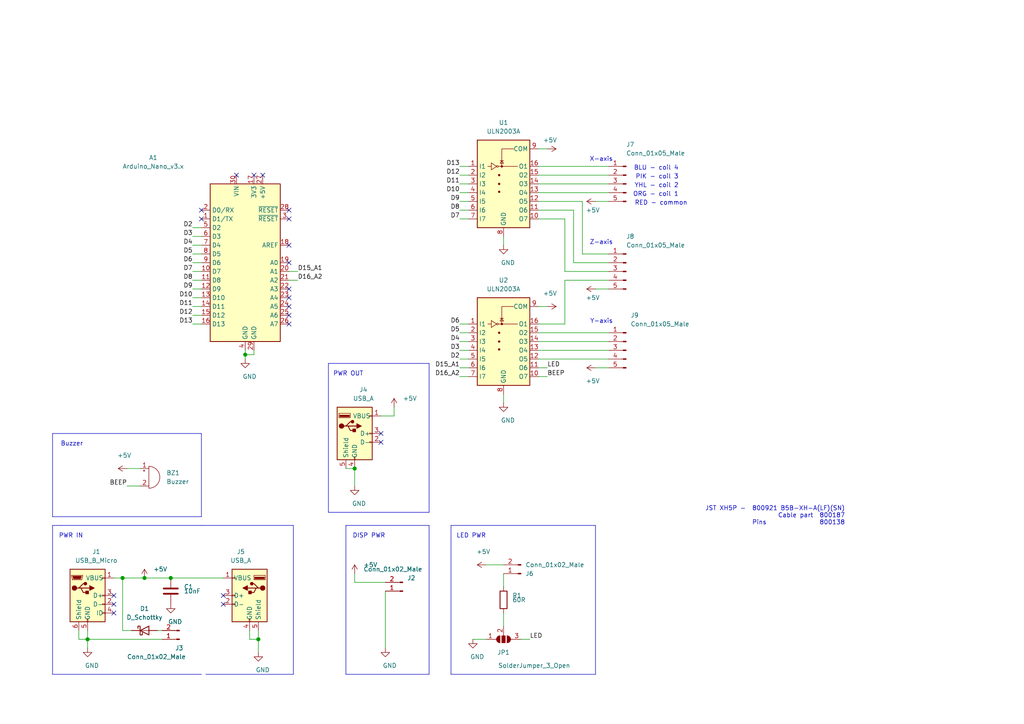
<source format=kicad_sch>
(kicad_sch (version 20200714) (host eeschema "5.99.0-unknown-87ebd34~102~ubuntu20.04.1")
  (page 1 1)
  (paper "A4")
  (title_block (title "Mini Hematology Lab - Motor controller") (date "2021-08-25") (rev "V1"))
  (lib_symbols
    (symbol "Connector:Conn_01x02_Male" (pin_names hide)
      (property "Reference" "J" (at 0 2.54 0))
      (property "Value" "Conn_01x02_Male" (at 0 -5.08 0))
      (symbol "Conn_01x02_Male_1_1"
        (rectangle (start 0.8636 -2.413) (end 0 -2.667) (stroke (width 0.1524)) (fill (type outline)))
        (rectangle (start 0.8636 0.127) (end 0 -0.127) (stroke (width 0.1524)) (fill (type outline)))
        (polyline (pts (xy 1.27 -2.54) (xy 0.8636 -2.54)) (stroke (width 0.1524)))
        (polyline (pts (xy 1.27 0) (xy 0.8636 0)) (stroke (width 0.1524)))
        (pin passive line (at 5.08 0 180) (length 3.81) (name "Pin_1") (number "1"))
        (pin passive line (at 5.08 -2.54 180) (length 3.81) (name "Pin_2") (number "2"))
      )
    )
    (symbol "Connector:Conn_01x05_Male" (pin_names hide)
      (property "Reference" "J" (at 0 7.62 0))
      (property "Value" "Conn_01x05_Male" (at 0 -7.62 0))
      (symbol "Conn_01x05_Male_1_1"
        (rectangle (start 0.8636 -4.953) (end 0 -5.207) (stroke (width 0.1524)) (fill (type outline)))
        (rectangle (start 0.8636 -2.413) (end 0 -2.667) (stroke (width 0.1524)) (fill (type outline)))
        (rectangle (start 0.8636 0.127) (end 0 -0.127) (stroke (width 0.1524)) (fill (type outline)))
        (rectangle (start 0.8636 2.667) (end 0 2.413) (stroke (width 0.1524)) (fill (type outline)))
        (rectangle (start 0.8636 5.207) (end 0 4.953) (stroke (width 0.1524)) (fill (type outline)))
        (polyline (pts (xy 1.27 -5.08) (xy 0.8636 -5.08)) (stroke (width 0.1524)))
        (polyline (pts (xy 1.27 -2.54) (xy 0.8636 -2.54)) (stroke (width 0.1524)))
        (polyline (pts (xy 1.27 0) (xy 0.8636 0)) (stroke (width 0.1524)))
        (polyline (pts (xy 1.27 2.54) (xy 0.8636 2.54)) (stroke (width 0.1524)))
        (polyline (pts (xy 1.27 5.08) (xy 0.8636 5.08)) (stroke (width 0.1524)))
        (pin passive line (at 5.08 5.08 180) (length 3.81) (name "Pin_1") (number "1"))
        (pin passive line (at 5.08 2.54 180) (length 3.81) (name "Pin_2") (number "2"))
        (pin passive line (at 5.08 0 180) (length 3.81) (name "Pin_3") (number "3"))
        (pin passive line (at 5.08 -2.54 180) (length 3.81) (name "Pin_4") (number "4"))
        (pin passive line (at 5.08 -5.08 180) (length 3.81) (name "Pin_5") (number "5"))
      )
    )
    (symbol "Connector:USB_A"
      (property "Reference" "J" (at -5.08 11.43 0))
      (property "Value" "USB_A" (at -5.08 8.89 0))
      (symbol "USB_A_0_1"
        (circle (center -3.81 2.159) (radius 0.635) (stroke (width 0.254)) (fill (type outline)))
        (circle (center -0.635 3.429) (radius 0.381) (stroke (width 0.254)) (fill (type outline)))
        (rectangle (start -5.08 -7.62) (end 5.08 7.62) (stroke (width 0.254)) (fill (type background)))
        (rectangle (start -1.524 4.826) (end -4.318 5.334) (fill (type outline)))
        (rectangle (start -1.27 4.572) (end -4.572 5.842))
        (rectangle (start -0.127 -7.62) (end 0.127 -6.858))
        (rectangle (start 0.254 1.27) (end -0.508 0.508) (stroke (width 0.254)) (fill (type outline)))
        (rectangle (start 5.08 -2.667) (end 4.318 -2.413))
        (rectangle (start 5.08 -0.127) (end 4.318 0.127))
        (rectangle (start 5.08 4.953) (end 4.318 5.207))
        (polyline (pts (xy -3.175 2.159) (xy -2.54 2.159) (xy -1.27 3.429) (xy -0.635 3.429)) (stroke (width 0.254)))
        (polyline (pts (xy -2.54 2.159) (xy -1.905 2.159) (xy -1.27 0.889) (xy 0 0.889)) (stroke (width 0.254)))
        (polyline (pts (xy 0.635 2.794) (xy 0.635 1.524) (xy 1.905 2.159) (xy 0.635 2.794)) (stroke (width 0.254)) (fill (type outline)))
      )
      (symbol "USB_A_1_1"
        (polyline (pts (xy -1.905 2.159) (xy 0.635 2.159)) (stroke (width 0.254)))
        (pin power_in line (at 7.62 5.08 180) (length 2.54) (name "VBUS") (number "1"))
        (pin passive line (at 7.62 -2.54 180) (length 2.54) (name "D-") (number "2"))
        (pin passive line (at 7.62 0 180) (length 2.54) (name "D+") (number "3"))
        (pin power_in line (at 0 -10.16 90) (length 2.54) (name "GND") (number "4"))
        (pin passive line (at -2.54 -10.16 90) (length 2.54) (name "Shield") (number "5"))
      )
    )
    (symbol "Connector:USB_B_Micro"
      (property "Reference" "J" (at -5.08 11.43 0))
      (property "Value" "USB_B_Micro" (at -5.08 8.89 0))
      (symbol "USB_B_Micro_0_1"
        (circle (center -3.81 2.159) (radius 0.635) (stroke (width 0.254)) (fill (type outline)))
        (circle (center -0.635 3.429) (radius 0.381) (stroke (width 0.254)) (fill (type outline)))
        (rectangle (start -5.08 -7.62) (end 5.08 7.62) (stroke (width 0.254)) (fill (type background)))
        (rectangle (start -0.127 -7.62) (end 0.127 -6.858))
        (rectangle (start 0.254 1.27) (end -0.508 0.508) (stroke (width 0.254)) (fill (type outline)))
        (rectangle (start 5.08 -5.207) (end 4.318 -4.953))
        (rectangle (start 5.08 -2.667) (end 4.318 -2.413))
        (rectangle (start 5.08 -0.127) (end 4.318 0.127))
        (rectangle (start 5.08 4.953) (end 4.318 5.207))
        (polyline (pts (xy -1.905 2.159) (xy 0.635 2.159)) (stroke (width 0.254)))
        (polyline (pts (xy -3.175 2.159) (xy -2.54 2.159) (xy -1.27 3.429) (xy -0.635 3.429)) (stroke (width 0.254)))
        (polyline (pts (xy -2.54 2.159) (xy -1.905 2.159) (xy -1.27 0.889) (xy 0 0.889)) (stroke (width 0.254)))
        (polyline (pts (xy 0.635 2.794) (xy 0.635 1.524) (xy 1.905 2.159) (xy 0.635 2.794)) (stroke (width 0.254)) (fill (type outline)))
        (polyline (pts (xy -4.318 5.588) (xy -1.778 5.588) (xy -2.032 4.826) (xy -4.064 4.826) (xy -4.318 5.588)) (fill (type outline)))
        (polyline (pts (xy -4.699 5.842) (xy -4.699 5.588) (xy -4.445 4.826) (xy -4.445 4.572) (xy -1.651 4.572) (xy -1.651 4.826) (xy -1.397 5.588) (xy -1.397 5.842) (xy -4.699 5.842)))
      )
      (symbol "USB_B_Micro_1_1"
        (pin power_out line (at 7.62 5.08 180) (length 2.54) (name "VBUS") (number "1"))
        (pin passive line (at 7.62 -2.54 180) (length 2.54) (name "D-") (number "2"))
        (pin passive line (at 7.62 0 180) (length 2.54) (name "D+") (number "3"))
        (pin passive line (at 7.62 -5.08 180) (length 2.54) (name "ID") (number "4"))
        (pin power_out line (at 0 -10.16 90) (length 2.54) (name "GND") (number "5"))
        (pin passive line (at -2.54 -10.16 90) (length 2.54) (name "Shield") (number "6"))
      )
    )
    (symbol "Device:Buzzer" (pin_names (offset 0.0254) hide)
      (property "Reference" "BZ" (at 3.81 1.27 0))
      (property "Value" "Buzzer" (at 3.81 -1.27 0))
      (symbol "Buzzer_0_1"
        (arc (start 0 -3.175) (end 0 3.175) (radius (at 0 0) (length 3.175) (angles -89.9 89.9)))
        (polyline (pts (xy -1.651 1.905) (xy -1.143 1.905)))
        (polyline (pts (xy -1.397 2.159) (xy -1.397 1.651)))
        (polyline (pts (xy 0 3.175) (xy 0 -3.175)))
      )
      (symbol "Buzzer_1_1"
        (pin passive line (at -2.54 2.54 0) (length 2.54) (name "-") (number "1"))
        (pin passive line (at -2.54 -2.54 0) (length 2.54) (name "+") (number "2"))
      )
    )
    (symbol "Device:C" (pin_numbers hide) (pin_names (offset 0.254))
      (property "Reference" "C" (at 0.635 2.54 0))
      (property "Value" "C" (at 0.635 -2.54 0))
      (symbol "C_0_1"
        (polyline (pts (xy -2.032 -0.762) (xy 2.032 -0.762)) (stroke (width 0.508)))
        (polyline (pts (xy -2.032 0.762) (xy 2.032 0.762)) (stroke (width 0.508)))
      )
      (symbol "C_1_1"
        (pin passive line (at 0 3.81 270) (length 2.794) (name "~") (number "1"))
        (pin passive line (at 0 -3.81 90) (length 2.794) (name "~") (number "2"))
      )
    )
    (symbol "Device:D_Schottky" (pin_numbers hide) (pin_names hide)
      (property "Reference" "D" (at 0 2.54 0))
      (property "Value" "D_Schottky" (at 0 -2.54 0))
      (symbol "D_Schottky_0_1"
        (polyline (pts (xy 1.27 0) (xy -1.27 0)))
        (polyline (pts (xy 1.27 1.27) (xy 1.27 -1.27) (xy -1.27 0) (xy 1.27 1.27)) (stroke (width 0.254)))
        (polyline (pts (xy -1.905 0.635) (xy -1.905 1.27) (xy -1.27 1.27) (xy -1.27 -1.27) (xy -0.635 -1.27) (xy -0.635 -0.635)) (stroke (width 0.254)))
      )
      (symbol "D_Schottky_1_1"
        (pin passive line (at -3.81 0 0) (length 2.54) (name "K") (number "1"))
        (pin passive line (at 3.81 0 180) (length 2.54) (name "A") (number "2"))
      )
    )
    (symbol "Device:R" (pin_numbers hide) (pin_names (offset 0))
      (property "Reference" "R" (at 2.032 0 90))
      (property "Value" "R" (at 0 0 90))
      (symbol "R_0_1"
        (rectangle (start -1.016 -2.54) (end 1.016 2.54) (stroke (width 0.254)))
      )
      (symbol "R_1_1"
        (pin passive line (at 0 3.81 270) (length 1.27) (name "~") (number "1"))
        (pin passive line (at 0 -3.81 90) (length 1.27) (name "~") (number "2"))
      )
    )
    (symbol "Jumper:SolderJumper_3_Open" (pin_names (offset 0) hide)
      (property "Reference" "JP" (at -2.54 -2.54 0))
      (property "Value" "SolderJumper_3_Open" (at 0 2.794 0))
      (symbol "SolderJumper_3_Open_0_1"
        (arc (start -1.016 1.016) (end -1.016 -1.016) (radius (at -1.016 0) (length 1.016) (angles 90.1 -90.1)))
        (arc (start -1.016 1.016) (end -1.016 -1.016) (radius (at -1.016 0) (length 1.016) (angles 90.1 -90.1)) (fill (type outline)))
        (arc (start 1.016 -1.016) (end 1.016 1.016) (radius (at 1.016 0) (length 1.016) (angles -89.9 89.9)))
        (arc (start 1.016 -1.016) (end 1.016 1.016) (radius (at 1.016 0) (length 1.016) (angles -89.9 89.9)) (fill (type outline)))
        (rectangle (start -0.508 1.016) (end 0.508 -1.016) (fill (type outline)))
        (polyline (pts (xy -2.54 0) (xy -2.032 0)))
        (polyline (pts (xy -1.016 1.016) (xy -1.016 -1.016)))
        (polyline (pts (xy 0 -1.27) (xy 0 -1.016)))
        (polyline (pts (xy 1.016 1.016) (xy 1.016 -1.016)))
        (polyline (pts (xy 2.54 0) (xy 2.032 0)))
      )
      (symbol "SolderJumper_3_Open_1_1"
        (pin passive line (at -5.08 0 0) (length 2.54) (name "A") (number "1"))
        (pin input line (at 0 -3.81 90) (length 2.54) (name "C") (number "2"))
        (pin passive line (at 5.08 0 180) (length 2.54) (name "B") (number "3"))
      )
    )
    (symbol "MCU_Module:Arduino_Nano_v3.x" (pin_names (offset 0.508))
      (property "Reference" "A" (at -10.16 23.495 0))
      (property "Value" "Arduino_Nano_v3.x" (at 5.08 -24.13 0))
      (symbol "Arduino_Nano_v3.x_0_1"
        (rectangle (start -10.16 22.86) (end 10.16 -22.86) (stroke (width 0.254)) (fill (type background)))
      )
      (symbol "Arduino_Nano_v3.x_1_1"
        (pin bidirectional line (at -12.7 12.7 0) (length 2.54) (name "D1/TX") (number "1"))
        (pin bidirectional line (at -12.7 -2.54 0) (length 2.54) (name "D7") (number "10"))
        (pin bidirectional line (at -12.7 -5.08 0) (length 2.54) (name "D8") (number "11"))
        (pin bidirectional line (at -12.7 -7.62 0) (length 2.54) (name "D9") (number "12"))
        (pin bidirectional line (at -12.7 -10.16 0) (length 2.54) (name "D10") (number "13"))
        (pin bidirectional line (at -12.7 -12.7 0) (length 2.54) (name "D11") (number "14"))
        (pin bidirectional line (at -12.7 -15.24 0) (length 2.54) (name "D12") (number "15"))
        (pin bidirectional line (at -12.7 -17.78 0) (length 2.54) (name "D13") (number "16"))
        (pin power_out line (at 2.54 25.4 270) (length 2.54) (name "3V3") (number "17"))
        (pin input line (at 12.7 5.08 180) (length 2.54) (name "AREF") (number "18"))
        (pin bidirectional line (at 12.7 0 180) (length 2.54) (name "A0") (number "19"))
        (pin bidirectional line (at -12.7 15.24 0) (length 2.54) (name "D0/RX") (number "2"))
        (pin bidirectional line (at 12.7 -2.54 180) (length 2.54) (name "A1") (number "20"))
        (pin bidirectional line (at 12.7 -5.08 180) (length 2.54) (name "A2") (number "21"))
        (pin bidirectional line (at 12.7 -7.62 180) (length 2.54) (name "A3") (number "22"))
        (pin bidirectional line (at 12.7 -10.16 180) (length 2.54) (name "A4") (number "23"))
        (pin bidirectional line (at 12.7 -12.7 180) (length 2.54) (name "A5") (number "24"))
        (pin bidirectional line (at 12.7 -15.24 180) (length 2.54) (name "A6") (number "25"))
        (pin bidirectional line (at 12.7 -17.78 180) (length 2.54) (name "A7") (number "26"))
        (pin power_out line (at 5.08 25.4 270) (length 2.54) (name "+5V") (number "27"))
        (pin input line (at 12.7 15.24 180) (length 2.54) (name "~RESET") (number "28"))
        (pin power_in line (at 2.54 -25.4 90) (length 2.54) (name "GND") (number "29"))
        (pin input line (at 12.7 12.7 180) (length 2.54) (name "~RESET") (number "3"))
        (pin power_in line (at -2.54 25.4 270) (length 2.54) (name "VIN") (number "30"))
        (pin power_in line (at 0 -25.4 90) (length 2.54) (name "GND") (number "4"))
        (pin bidirectional line (at -12.7 10.16 0) (length 2.54) (name "D2") (number "5"))
        (pin bidirectional line (at -12.7 7.62 0) (length 2.54) (name "D3") (number "6"))
        (pin bidirectional line (at -12.7 5.08 0) (length 2.54) (name "D4") (number "7"))
        (pin bidirectional line (at -12.7 2.54 0) (length 2.54) (name "D5") (number "8"))
        (pin bidirectional line (at -12.7 0 0) (length 2.54) (name "D6") (number "9"))
      )
    )
    (symbol "Transistor_Array:ULN2003A" (pin_names (offset 0.508))
      (property "Reference" "U" (at 0 15.875 0))
      (property "Value" "ULN2003A" (at 0 13.97 0))
      (symbol "ULN2003A_0_1"
        (circle (center -1.778 5.08) (radius 0.254))
        (circle (center -1.27 -2.286) (radius 0.254) (fill (type outline)))
        (circle (center -1.27 0) (radius 0.254) (fill (type outline)))
        (circle (center -1.27 2.54) (radius 0.254) (fill (type outline)))
        (circle (center -0.508 5.08) (radius 0.254) (fill (type outline)))
        (rectangle (start -7.62 -12.7) (end 7.62 12.7) (stroke (width 0.254)) (fill (type background)))
        (polyline (pts (xy -4.572 5.08) (xy -3.556 5.08)))
        (polyline (pts (xy -1.524 5.08) (xy 4.064 5.08)))
        (polyline (pts (xy 0 6.731) (xy -1.016 6.731)))
        (polyline (pts (xy -0.508 5.08) (xy -0.508 10.16) (xy 2.921 10.16)))
        (polyline (pts (xy -3.556 6.096) (xy -3.556 4.064) (xy -2.032 5.08) (xy -3.556 6.096)))
        (polyline (pts (xy 0 5.969) (xy -1.016 5.969) (xy -0.508 6.731) (xy 0 5.969)))
      )
      (symbol "ULN2003A_1_1"
        (pin input line (at -10.16 5.08 0) (length 2.54) (name "I1") (number "1"))
        (pin open_collector line (at 10.16 -10.16 180) (length 2.54) (name "O7") (number "10"))
        (pin open_collector line (at 10.16 -7.62 180) (length 2.54) (name "O6") (number "11"))
        (pin open_collector line (at 10.16 -5.08 180) (length 2.54) (name "O5") (number "12"))
        (pin open_collector line (at 10.16 -2.54 180) (length 2.54) (name "O4") (number "13"))
        (pin open_collector line (at 10.16 0 180) (length 2.54) (name "O3") (number "14"))
        (pin open_collector line (at 10.16 2.54 180) (length 2.54) (name "O2") (number "15"))
        (pin open_collector line (at 10.16 5.08 180) (length 2.54) (name "O1") (number "16"))
        (pin input line (at -10.16 2.54 0) (length 2.54) (name "I2") (number "2"))
        (pin input line (at -10.16 0 0) (length 2.54) (name "I3") (number "3"))
        (pin input line (at -10.16 -2.54 0) (length 2.54) (name "I4") (number "4"))
        (pin input line (at -10.16 -5.08 0) (length 2.54) (name "I5") (number "5"))
        (pin input line (at -10.16 -7.62 0) (length 2.54) (name "I6") (number "6"))
        (pin input line (at -10.16 -10.16 0) (length 2.54) (name "I7") (number "7"))
        (pin power_in line (at 0 -15.24 90) (length 2.54) (name "GND") (number "8"))
        (pin passive line (at 10.16 10.16 180) (length 2.54) (name "COM") (number "9"))
      )
    )
    (symbol "power:+5V" (power) (pin_names (offset 0))
      (property "Value" "+5V" (at 0 3.556 0))
      (symbol "+5V_0_1"
        (polyline (pts (xy -0.762 1.27) (xy 0 2.54)))
        (polyline (pts (xy 0 0) (xy 0 2.54)))
        (polyline (pts (xy 0 2.54) (xy 0.762 1.27)))
      )
      (symbol "+5V_1_1"
        (pin power_in line (at 0 0 90) (length 0) hide (name "+5V") (number "1"))
      )
    )
    (symbol "power:GND" (power) (pin_names (offset 0))
      (property "Value" "GND" (at 0 -3.81 0))
      (symbol "GND_0_1"
        (polyline (pts (xy 0 0) (xy 0 -1.27) (xy 1.27 -1.27) (xy 0 -2.54) (xy -1.27 -1.27) (xy 0 -1.27)))
      )
      (symbol "GND_1_1"
        (pin power_in line (at 0 0 270) (length 0) hide (name "GND") (number "1"))
      )
    )
  )
  (junction (at 25.4 185.42) (diameter 1.016))
  (junction (at 35.56 167.64) (diameter 1.016))
  (junction (at 41.91 167.64) (diameter 1.016))
  (junction (at 49.53 167.64) (diameter 1.016))
  (junction (at 71.12 102.87) (diameter 1.016))
  (junction (at 74.93 185.42) (diameter 1.016))
  (junction (at 102.87 135.89) (diameter 1.016))
  (no_connect (at 110.49 128.27))
  (no_connect (at 83.82 83.82))
  (no_connect (at 73.66 50.8))
  (no_connect (at 76.2 50.8))
  (no_connect (at 83.82 71.12))
  (no_connect (at 83.82 86.36))
  (no_connect (at 64.77 172.72))
  (no_connect (at 64.77 175.26))
  (no_connect (at 33.02 172.72))
  (no_connect (at 58.42 63.5))
  (no_connect (at 83.82 91.44))
  (no_connect (at 58.42 60.96))
  (no_connect (at 83.82 88.9))
  (no_connect (at 33.02 177.8))
  (no_connect (at 83.82 63.5))
  (no_connect (at 33.02 175.26))
  (no_connect (at 68.58 50.8))
  (no_connect (at 83.82 60.96))
  (no_connect (at 83.82 76.2))
  (no_connect (at 110.49 125.73))
  (no_connect (at 83.82 93.98))
  (wire (pts (xy 22.86 182.88) (xy 22.86 185.42)))
  (wire (pts (xy 22.86 185.42) (xy 25.4 185.42)))
  (wire (pts (xy 25.4 182.88) (xy 25.4 185.42)))
  (wire (pts (xy 25.4 185.42) (xy 25.4 187.96)))
  (wire (pts (xy 25.4 185.42) (xy 46.99 185.42)))
  (wire (pts (xy 35.56 167.64) (xy 33.02 167.64)))
  (wire (pts (xy 35.56 167.64) (xy 41.91 167.64)))
  (wire (pts (xy 35.56 182.88) (xy 35.56 167.64)))
  (wire (pts (xy 36.83 135.89) (xy 40.64 135.89)))
  (wire (pts (xy 36.83 140.97) (xy 40.64 140.97)))
  (wire (pts (xy 38.1 182.88) (xy 35.56 182.88)))
  (wire (pts (xy 41.91 167.64) (xy 49.53 167.64)))
  (wire (pts (xy 45.72 182.88) (xy 46.99 182.88)))
  (wire (pts (xy 49.53 167.64) (xy 64.77 167.64)))
  (wire (pts (xy 55.88 66.04) (xy 58.42 66.04)))
  (wire (pts (xy 55.88 68.58) (xy 58.42 68.58)))
  (wire (pts (xy 55.88 71.12) (xy 58.42 71.12)))
  (wire (pts (xy 55.88 73.66) (xy 58.42 73.66)))
  (wire (pts (xy 55.88 76.2) (xy 58.42 76.2)))
  (wire (pts (xy 55.88 78.74) (xy 58.42 78.74)))
  (wire (pts (xy 55.88 81.28) (xy 58.42 81.28)))
  (wire (pts (xy 55.88 83.82) (xy 58.42 83.82)))
  (wire (pts (xy 55.88 86.36) (xy 58.42 86.36)))
  (wire (pts (xy 55.88 88.9) (xy 58.42 88.9)))
  (wire (pts (xy 55.88 91.44) (xy 58.42 91.44)))
  (wire (pts (xy 55.88 93.98) (xy 58.42 93.98)))
  (wire (pts (xy 71.12 101.6) (xy 71.12 102.87)))
  (wire (pts (xy 71.12 102.87) (xy 71.12 104.14)))
  (wire (pts (xy 72.39 182.88) (xy 72.39 185.42)))
  (wire (pts (xy 72.39 185.42) (xy 74.93 185.42)))
  (wire (pts (xy 73.66 101.6) (xy 73.66 102.87)))
  (wire (pts (xy 73.66 102.87) (xy 71.12 102.87)))
  (wire (pts (xy 74.93 182.88) (xy 74.93 185.42)))
  (wire (pts (xy 74.93 185.42) (xy 74.93 189.23)))
  (wire (pts (xy 83.82 78.74) (xy 86.36 78.74)))
  (wire (pts (xy 83.82 81.28) (xy 86.36 81.28)))
  (wire (pts (xy 100.33 135.89) (xy 102.87 135.89)))
  (wire (pts (xy 102.87 135.89) (xy 102.87 140.97)))
  (wire (pts (xy 102.87 168.91) (xy 102.87 166.37)))
  (wire (pts (xy 110.49 120.65) (xy 114.3 120.65)))
  (wire (pts (xy 111.76 168.91) (xy 102.87 168.91)))
  (wire (pts (xy 111.76 171.45) (xy 111.76 187.96)))
  (wire (pts (xy 114.3 118.11) (xy 114.3 120.65)))
  (wire (pts (xy 133.35 48.26) (xy 135.89 48.26)))
  (wire (pts (xy 133.35 50.8) (xy 135.89 50.8)))
  (wire (pts (xy 133.35 53.34) (xy 135.89 53.34)))
  (wire (pts (xy 133.35 55.88) (xy 135.89 55.88)))
  (wire (pts (xy 133.35 58.42) (xy 135.89 58.42)))
  (wire (pts (xy 133.35 60.96) (xy 135.89 60.96)))
  (wire (pts (xy 133.35 63.5) (xy 135.89 63.5)))
  (wire (pts (xy 133.35 93.98) (xy 135.89 93.98)))
  (wire (pts (xy 133.35 96.52) (xy 135.89 96.52)))
  (wire (pts (xy 133.35 99.06) (xy 135.89 99.06)))
  (wire (pts (xy 133.35 101.6) (xy 135.89 101.6)))
  (wire (pts (xy 133.35 104.14) (xy 135.89 104.14)))
  (wire (pts (xy 133.35 106.68) (xy 135.89 106.68)))
  (wire (pts (xy 133.35 109.22) (xy 135.89 109.22)))
  (wire (pts (xy 137.16 185.42) (xy 140.97 185.42)))
  (wire (pts (xy 140.97 163.83) (xy 146.05 163.83)))
  (wire (pts (xy 146.05 68.58) (xy 146.05 71.12)))
  (wire (pts (xy 146.05 114.3) (xy 146.05 116.84)))
  (wire (pts (xy 146.05 166.37) (xy 146.05 170.18)))
  (wire (pts (xy 146.05 177.8) (xy 146.05 181.61)))
  (wire (pts (xy 151.13 185.42) (xy 153.67 185.42)))
  (wire (pts (xy 156.21 43.18) (xy 158.75 43.18)))
  (wire (pts (xy 156.21 48.26) (xy 176.53 48.26)))
  (wire (pts (xy 156.21 50.8) (xy 176.53 50.8)))
  (wire (pts (xy 156.21 53.34) (xy 176.53 53.34)))
  (wire (pts (xy 156.21 55.88) (xy 176.53 55.88)))
  (wire (pts (xy 156.21 58.42) (xy 168.91 58.42)))
  (wire (pts (xy 156.21 60.96) (xy 166.37 60.96)))
  (wire (pts (xy 156.21 63.5) (xy 163.83 63.5)))
  (wire (pts (xy 156.21 88.9) (xy 158.75 88.9)))
  (wire (pts (xy 156.21 93.98) (xy 163.83 93.98)))
  (wire (pts (xy 156.21 96.52) (xy 176.53 96.52)))
  (wire (pts (xy 156.21 99.06) (xy 176.53 99.06)))
  (wire (pts (xy 156.21 101.6) (xy 176.53 101.6)))
  (wire (pts (xy 156.21 104.14) (xy 176.53 104.14)))
  (wire (pts (xy 156.21 106.68) (xy 158.75 106.68)))
  (wire (pts (xy 156.21 109.22) (xy 158.75 109.22)))
  (wire (pts (xy 163.83 63.5) (xy 163.83 78.74)))
  (wire (pts (xy 163.83 78.74) (xy 176.53 78.74)))
  (wire (pts (xy 163.83 81.28) (xy 176.53 81.28)))
  (wire (pts (xy 163.83 93.98) (xy 163.83 81.28)))
  (wire (pts (xy 166.37 60.96) (xy 166.37 76.2)))
  (wire (pts (xy 166.37 76.2) (xy 176.53 76.2)))
  (wire (pts (xy 168.91 58.42) (xy 168.91 73.66)))
  (wire (pts (xy 168.91 73.66) (xy 176.53 73.66)))
  (wire (pts (xy 172.72 58.42) (xy 176.53 58.42)))
  (wire (pts (xy 172.72 83.82) (xy 176.53 83.82)))
  (wire (pts (xy 172.72 106.68) (xy 176.53 106.68)))
  (polyline (pts (xy 15.24 125.73) (xy 58.42 125.73)) (stroke (width 0) (type solid)))
  (polyline (pts (xy 15.24 149.86) (xy 15.24 125.73)) (stroke (width 0) (type solid)))
  (polyline (pts (xy 15.24 152.4) (xy 17.78 152.4)) (stroke (width 0) (type solid)))
  (polyline (pts (xy 15.24 195.58) (xy 15.24 152.4)) (stroke (width 0) (type solid)))
  (polyline (pts (xy 17.78 152.4) (xy 58.42 152.4)) (stroke (width 0) (type solid)))
  (polyline (pts (xy 58.42 125.73) (xy 58.42 149.86)) (stroke (width 0) (type solid)))
  (polyline (pts (xy 58.42 149.86) (xy 15.24 149.86)) (stroke (width 0) (type solid)))
  (polyline (pts (xy 58.42 152.4) (xy 85.09 152.4)) (stroke (width 0) (type solid)))
  (polyline (pts (xy 58.42 195.58) (xy 15.24 195.58)) (stroke (width 0) (type solid)))
  (polyline (pts (xy 59.69 195.58) (xy 85.09 195.58)) (stroke (width 0) (type solid)))
  (polyline (pts (xy 85.09 152.4) (xy 85.09 195.58)) (stroke (width 0) (type solid)))
  (polyline (pts (xy 95.25 105.41) (xy 95.25 148.59)) (stroke (width 0) (type solid)))
  (polyline (pts (xy 95.25 105.41) (xy 124.46 105.41)) (stroke (width 0) (type solid)))
  (polyline (pts (xy 100.33 152.4) (xy 100.33 195.58)) (stroke (width 0) (type solid)))
  (polyline (pts (xy 100.33 195.58) (xy 124.46 195.58)) (stroke (width 0) (type solid)))
  (polyline (pts (xy 124.46 105.41) (xy 124.46 148.59)) (stroke (width 0) (type solid)))
  (polyline (pts (xy 124.46 148.59) (xy 95.25 148.59)) (stroke (width 0) (type solid)))
  (polyline (pts (xy 124.46 152.4) (xy 100.33 152.4)) (stroke (width 0) (type solid)))
  (polyline (pts (xy 124.46 152.4) (xy 124.46 195.58)) (stroke (width 0) (type solid)))
  (polyline (pts (xy 130.81 152.4) (xy 172.72 152.4)) (stroke (width 0) (type solid)))
  (polyline (pts (xy 130.81 195.58) (xy 130.81 152.4)) (stroke (width 0) (type solid)))
  (polyline (pts (xy 172.72 152.4) (xy 172.72 195.58)) (stroke (width 0) (type solid)))
  (polyline (pts (xy 172.72 195.58) (xy 130.81 195.58)) (stroke (width 0) (type solid)))
  (text "Buzzer" (at 24.13 129.54 180) (effects (font (size 1.27 1.27)) (justify right bottom)))
  (text "PWR IN" (at 24.13 156.21 180) (effects (font (size 1.27 1.27)) (justify right bottom)))
  (text "PWR OUT" (at 105.41 109.22 180) (effects (font (size 1.27 1.27)) (justify right bottom)))
  (text "DISP PWR" (at 111.76 156.21 180) (effects (font (size 1.27 1.27)) (justify right bottom)))
  (text "LED PWR" (at 140.97 156.21 180) (effects (font (size 1.27 1.27)) (justify right bottom)))
  (text "X-axis" (at 177.8 46.99 180) (effects (font (size 1.27 1.27)) (justify right bottom)))
  (text "Z-axis" (at 177.8 71.12 180) (effects (font (size 1.27 1.27)) (justify right bottom)))
  (text "Y-axis" (at 177.8 93.98 180) (effects (font (size 1.27 1.27)) (justify right bottom)))
  (text "BLU - coil 4" (at 196.85 49.53 180) (effects (font (size 1.27 1.27)) (justify right bottom)))
  (text "PIK - coil 3" (at 196.85 52.07 180) (effects (font (size 1.27 1.27)) (justify right bottom)))
  (text "YHL - coil 2" (at 196.85 54.61 180) (effects (font (size 1.27 1.27)) (justify right bottom)))
  (text "ORG - coil 1" (at 196.85 57.15 180) (effects (font (size 1.27 1.27)) (justify right bottom)))
  (text "RED - common" (at 199.39 59.69 180) (effects (font (size 1.27 1.27)) (justify right bottom)))
  (text "JST XH5P -  800921 B5B-XH-A(LF)(SN)\nCable part  800187\nPins                800138" (at 245.11 152.4 0) (effects (font (size 1.27 1.27)) (justify right bottom)))
  (label "BEEP" (at 36.83 140.97 180))
  (label "D2" (at 55.88 66.04 180))
  (label "D3" (at 55.88 68.58 180))
  (label "D4" (at 55.88 71.12 180))
  (label "D5" (at 55.88 73.66 180))
  (label "D6" (at 55.88 76.2 180))
  (label "D7" (at 55.88 78.74 180))
  (label "D8" (at 55.88 81.28 180))
  (label "D9" (at 55.88 83.82 180))
  (label "D10" (at 55.88 86.36 180))
  (label "D11" (at 55.88 88.9 180))
  (label "D12" (at 55.88 91.44 180))
  (label "D13" (at 55.88 93.98 180))
  (label "D15_A1" (at 86.36 78.74 0))
  (label "D16_A2" (at 86.36 81.28 0))
  (label "D13" (at 133.35 48.26 180))
  (label "D12" (at 133.35 50.8 180))
  (label "D11" (at 133.35 53.34 180))
  (label "D10" (at 133.35 55.88 180))
  (label "D9" (at 133.35 58.42 180))
  (label "D8" (at 133.35 60.96 180))
  (label "D7" (at 133.35 63.5 180))
  (label "D6" (at 133.35 93.98 180))
  (label "D5" (at 133.35 96.52 180))
  (label "D4" (at 133.35 99.06 180))
  (label "D3" (at 133.35 101.6 180))
  (label "D2" (at 133.35 104.14 180))
  (label "D15_A1" (at 133.35 106.68 180))
  (label "D16_A2" (at 133.35 109.22 180))
  (label "LED" (at 153.67 185.42 0))
  (label "LED" (at 158.75 106.68 0))
  (label "BEEP" (at 158.75 109.22 0))
  (symbol (lib_id "power:+5V") (at 36.83 135.89 90) (mirror x) (unit 1)
    (property "Reference" "#PWR08" (effects hide))
    (property "Value" "+5V" (at 38.1 132.08 90) (effects (justify left)))
  )
  (symbol (lib_id "power:+5V") (at 41.91 167.64 0) (unit 1)
    (property "Reference" "#PWR02" (effects hide))
    (property "Value" "+5V" (at 44.45 165.1 0) (effects (justify left)))
  )
  (symbol (lib_id "power:+5V") (at 102.87 166.37 0) (unit 1)
    (property "Reference" "#PWR05" (effects hide))
    (property "Value" "+5V" (at 105.41 163.83 0) (effects (justify left)))
  )
  (symbol (lib_id "power:+5V") (at 114.3 118.11 0) (unit 1)
    (property "Reference" "#PWR03" (effects hide))
    (property "Value" "+5V" (at 116.84 115.57 0) (effects (justify left)))
  )
  (symbol (lib_id "power:+5V") (at 140.97 163.83 90) (mirror x) (unit 1)
    (property "Reference" "#PWR0101" (effects hide))
    (property "Value" "+5V" (at 142.24 160.02 90) (effects (justify left)))
  )
  (symbol (lib_id "power:+5V") (at 158.75 43.18 270) (unit 1)
    (property "Reference" "#PWR0109" (effects hide))
    (property "Value" "+5V" (at 157.48 40.64 90) (effects (justify left)))
  )
  (symbol (lib_id "power:+5V") (at 158.75 88.9 270) (unit 1)
    (property "Reference" "#PWR0108" (effects hide))
    (property "Value" "+5V" (at 157.48 85.09 90) (effects (justify left)))
  )
  (symbol (lib_id "power:+5V") (at 172.72 58.42 90) (unit 1)
    (property "Reference" "#PWR0110" (effects hide))
    (property "Value" "+5V" (at 173.99 60.96 90) (effects (justify left)))
  )
  (symbol (lib_id "power:+5V") (at 172.72 83.82 90) (unit 1)
    (property "Reference" "#PWR0106" (effects hide))
    (property "Value" "+5V" (at 173.99 86.36 90) (effects (justify left)))
  )
  (symbol (lib_id "power:+5V") (at 172.72 106.68 90) (unit 1)
    (property "Reference" "#PWR0107" (effects hide))
    (property "Value" "+5V" (at 173.99 110.49 90) (effects (justify left)))
  )
  (symbol (lib_id "power:GND") (at 25.4 187.96 0) (unit 1)
    (property "Reference" "#PWR01" (effects hide))
    (property "Value" "GND" (at 26.67 193.04 0))
  )
  (symbol (lib_id "power:GND") (at 49.53 175.26 0) (unit 1)
    (property "Reference" "#PWR07" (effects hide))
    (property "Value" "GND" (at 50.8 180.34 0))
  )
  (symbol (lib_id "power:GND") (at 71.12 104.14 0) (unit 1)
    (property "Reference" "#PWR0102" (effects hide))
    (property "Value" "GND" (at 72.39 109.22 0))
  )
  (symbol (lib_id "power:GND") (at 74.93 189.23 0) (unit 1)
    (property "Reference" "#PWR09" (effects hide))
    (property "Value" "GND" (at 76.2 194.31 0))
  )
  (symbol (lib_id "power:GND") (at 102.87 140.97 0) (unit 1)
    (property "Reference" "#PWR04" (effects hide))
    (property "Value" "GND" (at 104.14 146.05 0))
  )
  (symbol (lib_id "power:GND") (at 111.76 187.96 0) (unit 1)
    (property "Reference" "#PWR06" (effects hide))
    (property "Value" "GND" (at 113.03 193.04 0))
  )
  (symbol (lib_id "power:GND") (at 137.16 185.42 0) (unit 1)
    (property "Reference" "#PWR0104" (effects hide))
    (property "Value" "GND" (at 138.43 190.5 0))
  )
  (symbol (lib_id "power:GND") (at 146.05 71.12 0) (unit 1)
    (property "Reference" "#PWR0103" (effects hide))
    (property "Value" "GND" (at 147.32 76.2 0))
  )
  (symbol (lib_id "power:GND") (at 146.05 116.84 0) (unit 1)
    (property "Reference" "#PWR0105" (effects hide))
    (property "Value" "GND" (at 147.32 121.92 0))
  )
  (symbol (lib_id "Device:R") (at 146.05 173.99 0) (unit 1)
    (property "Reference" "R1" (at 148.59 172.72 0) (effects (justify left)))
    (property "Value" "60R" (at 148.59 173.99 0) (effects (justify left)))
    (property "Footprint" "Resistor_SMD:R_0805_2012Metric_Pad1.15x1.40mm_HandSolder" (effects hide))
  )
  (symbol (lib_id "Device:D_Schottky") (at 41.91 182.88 0) (unit 1)
    (property "Reference" "D1" (at 41.91 176.53 0))
    (property "Value" "D_Schottky" (at 41.91 179.07 0))
    (property "Footprint" "Diode_SMD:D_SOD-123" (effects hide))
  )
  (symbol (lib_id "Connector:Conn_01x02_Male") (at 52.07 185.42 180) (unit 1)
    (property "Reference" "J3" (at 50.8 187.96 0) (effects (justify right)))
    (property "Value" "Conn_01x02_Male" (at 36.83 190.5 0) (effects (justify right)))
    (property "Footprint" "Connector_JST:JST_XH_B2B-XH-A_1x02_P2.50mm_Vertical" (effects hide))
  )
  (symbol (lib_id "Connector:Conn_01x02_Male") (at 116.84 171.45 180) (unit 1)
    (property "Reference" "J2" (at 118.11 167.64 0) (effects (justify right)))
    (property "Value" "Conn_01x02_Male" (at 105.41 165.1 0) (effects (justify right)))
    (property "Footprint" "Connector_JST:JST_XH_B2B-XH-A_1x02_P2.50mm_Vertical" (effects hide))
  )
  (symbol (lib_id "Connector:Conn_01x02_Male") (at 151.13 166.37 180) (unit 1)
    (property "Reference" "J6" (at 152.4 166.37 0) (effects (justify right)))
    (property "Value" "Conn_01x02_Male" (at 152.4 163.83 0) (effects (justify right)))
    (property "Footprint" "Connector_JST:JST_XH_B2B-XH-A_1x02_P2.50mm_Vertical" (effects hide))
  )
  (symbol (lib_id "Device:C") (at 49.53 171.45 0) (unit 1)
    (property "Reference" "C1" (at 53.34 170.18 0) (effects (justify left)))
    (property "Value" "10nF" (at 53.34 171.45 0) (effects (justify left)))
    (property "Footprint" "Capacitor_SMD:C_0805_2012Metric_Pad1.15x1.40mm_HandSolder" (effects hide))
  )
  (symbol (lib_id "Device:Buzzer") (at 43.18 138.43 0) (unit 1)
    (property "Reference" "BZ1" (at 48.26 137.16 0) (effects (justify left)))
    (property "Value" "Buzzer" (at 48.26 139.7 0) (effects (justify left)))
    (property "Footprint" "Buzzer_Beeper:Buzzer_12x9.5RM7.6" (effects hide))
  )
  (symbol (lib_id "Jumper:SolderJumper_3_Open") (at 146.05 185.42 0) (mirror x) (unit 1)
    (property "Reference" "JP1" (at 146.05 189.23 0))
    (property "Value" "SolderJumper_3_Open" (at 154.94 193.04 0))
    (property "Footprint" "Jumper:SolderJumper-3_P1.3mm_Open_Pad1.0x1.5mm" (effects hide))
  )
  (symbol (lib_id "Connector:Conn_01x05_Male") (at 181.61 53.34 0) (mirror y) (unit 1)
    (property "Reference" "J7" (at 181.61 41.91 0) (effects (justify right)))
    (property "Value" "Conn_01x05_Male" (at 181.61 44.45 0) (effects (justify right)))
    (property "Footprint" "Connector_JST:JST_XH_B5B-XH-A_1x05_P2.50mm_Vertical" (effects hide))
  )
  (symbol (lib_id "Connector:Conn_01x05_Male") (at 181.61 78.74 0) (mirror y) (unit 1)
    (property "Reference" "J8" (at 181.61 68.58 0) (effects (justify right)))
    (property "Value" "Conn_01x05_Male" (at 181.61 71.12 0) (effects (justify right)))
    (property "Footprint" "Connector_JST:JST_XH_B5B-XH-A_1x05_P2.50mm_Vertical" (effects hide))
  )
  (symbol (lib_id "Connector:Conn_01x05_Male") (at 181.61 101.6 0) (mirror y) (unit 1)
    (property "Reference" "J9" (at 182.88 91.44 0) (effects (justify right)))
    (property "Value" "Conn_01x05_Male" (at 182.88 93.98 0) (effects (justify right)))
    (property "Footprint" "Connector_JST:JST_XH_B5B-XH-A_1x05_P2.50mm_Vertical" (effects hide))
  )
  (symbol (lib_id "Connector:USB_B_Micro") (at 25.4 172.72 0) (unit 1)
    (property "Reference" "J1" (at 27.94 160.02 0))
    (property "Value" "USB_B_Micro" (at 27.94 162.56 0))
    (property "Footprint" "Connector_USB:USB_Micro-AB_Molex_47590-0001" (effects hide))
  )
  (symbol (lib_id "Connector:USB_A") (at 72.39 172.72 0) (mirror y) (unit 1)
    (property "Reference" "J5" (at 69.85 160.02 0))
    (property "Value" "USB_A" (at 69.85 162.56 0))
    (property "Footprint" "Connector_USB:USB_A_Molex_67643_Horizontal" (effects hide))
    (property "Datasheet" " ~" (effects hide))
  )
  (symbol (lib_id "Connector:USB_A") (at 102.87 125.73 0) (unit 1)
    (property "Reference" "J4" (at 105.41 113.03 0))
    (property "Value" "USB_A" (at 105.41 115.57 0))
    (property "Footprint" "Connector_USB:USB_A_Molex_67643_Horizontal" (effects hide))
    (property "Datasheet" " ~" (effects hide))
  )
  (symbol (lib_id "Transistor_Array:ULN2003A") (at 146.05 53.34 0) (unit 1)
    (property "Reference" "U1" (at 146.05 35.56 0))
    (property "Value" "ULN2003A" (at 146.05 38.1 0))
    (property "Footprint" "Package_DIP:DIP-16_W7.62mm_Socket" (effects hide))
    (property "Datasheet" "http://www.ti.com/lit/ds/symlink/uln2003a.pdf" (effects hide))
  )
  (symbol (lib_id "Transistor_Array:ULN2003A") (at 146.05 99.06 0) (unit 1)
    (property "Reference" "U2" (at 146.05 81.28 0))
    (property "Value" "ULN2003A" (at 146.05 83.82 0))
    (property "Footprint" "Package_DIP:DIP-16_W7.62mm_Socket" (effects hide))
    (property "Datasheet" "http://www.ti.com/lit/ds/symlink/uln2003a.pdf" (effects hide))
  )
  (symbol (lib_id "MCU_Module:Arduino_Nano_v3.x") (at 71.12 76.2 0) (unit 1)
    (property "Reference" "A1" (at 44.45 45.72 0))
    (property "Value" "Arduino_Nano_v3.x" (at 44.45 48.26 0))
    (property "Footprint" "Module:Arduino_Nano" (effects hide))
    (property "Datasheet" "http://www.mouser.com/pdfdocs/Gravitech_Arduino_Nano3_0.pdf" (effects hide))
  )
)
</source>
